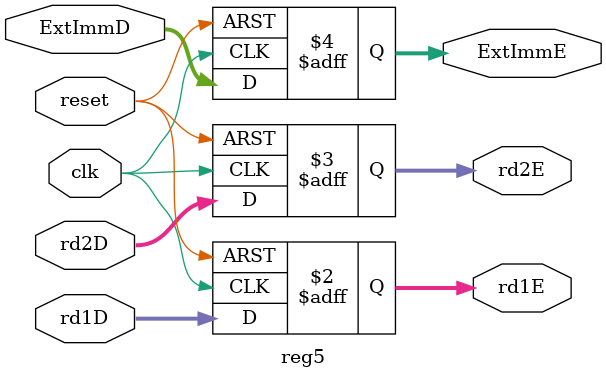
<source format=v>
module reg5(
    input wire clk, reset,

    input wire [31:0] rd1D, rd2D, ExtImmD,
    
    output reg [31:0] rd1E, rd2E, ExtImmE,
);
    always @ (posedge clk, posedge reset) begin
        if (reset) begin
            rd1E <= 32'b0;
            rd2E <= 32'b0;
            ExtImmE <= 32'b0;
        end
        else begin
            rd1E <= rd1D;
            rd2E <= rd2D;
            ExtImmE <= ExtImmD;
        end
    end
endmodule
</source>
